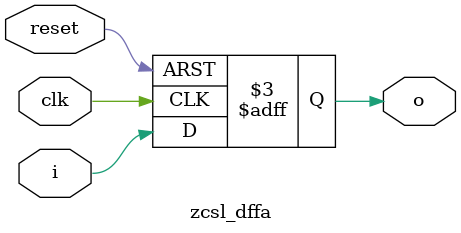
<source format=v>
/*
 * Copyright International Business Machines Corporation 2016
 *
 * Printed in the United States of America June 2016
 *
 * IBM, the IBM logo, and ibm.com are trademarks or registered trademarks of
 * International Business Machines Corp.,
 * registered in many jurisdictions worldwide. Other product and service names
 * might be trademarks of IBM or other companies. A current list of IBM trademarks
 * is available on the Web at “Copyright and trademark information” at
 * www.ibm.com/legal/copytrade.shtml.
 *
 * Other company, product, and service names may be trademarks or service marks of
 * others.
 *
 * All information contained in this document is subject to change without notice.
 * The products described in this document are NOT intended for use in applications
 * such as implantation, life support, or other hazardous uses where malfunction
 * could result in death, bodily injury, or catastrophic property damage. The
 * information contained in this document does not affect or change IBM product
 * specifications or warranties. Nothing in this document shall operate as an
 * express or implied license or indemnity under the intellectual property rights
 * of IBM or third parties. All information contained in this document was obtained
 * in specific environments, and is presented as an illustration. The results
 * obtained in other operating environments may vary.
 * While the information contained herein is believed to be accurate, such
 * information is preliminary, and should not be relied upon for accuracy or
 * completeness, and no representations or warranties of accuracy or completeness
 * are made.
 *
 * Note: This document contains information on products in the design, sampling
 * and/or initial production phases of development. This information is subject to
 * change without notice. Verify with your IBM field applications engineer that you
 * have the latest version of this document before finalizing a design.
 * This document is intended for development of technology products compatible with
 * Power Architecture. You may use this document, for any purpose (commercial or
 * personal) and make modifications and distribute; however, modifications to this
 * document may violate Power Architecture and should be carefully considered. Any
 * distribution of this document or its derivative works shall include this Notice
 * page including but not limited to the IBM warranty disclaimer and IBM liability
 * limitation. No other licenses, expressed or implied, estoppel or otherwise to
 * any intellectual property rights is granted by this document.
 *
 * THE INFORMATION CONTAINED IN THIS DOCUMENT IS PROVIDED ON AN “AS IS” BASIS.
 * IBM makes no representations or warranties, either express or implied, including
 * but not limited to, warranties of merchantability, fitness for a particular
 * purpose, or non-infringement, or that any practice or implementation of the IBM
 * documentation will not infringe any third party patents, copyrights, trade
 * secrets, or other rights. In no event will IBM be liable for damages arising
 * directly or indirectly from any use of the information contained in this
 * document.
 *
 * IBM Systems and Technology Group
 * 2070 Route 52, Bldg. 330
 * Hopewell Junction, NY 12533-6351
 * The IBM home page can be found at ibm.com.
 */

// IBM Research - Zurich
// Zurich CAPI Streaming Layer
// Heiner Giefers <hgi@zurich.ibm.com>
// Raphael Polig <pol@zurich.ibm.com>



module zcsl_dffa
#(
	parameter WIDTH = 1,
	parameter INIT = {WIDTH {1'b0}}
)
(
	input clk,
	input reset,
	input [0:WIDTH-1] i,
	output reg [0:WIDTH-1] o = INIT
);

always@(posedge(clk) or posedge(reset)) begin
	if(reset) begin
		o <= INIT;
	end else begin
		o <= i;
	end
end

endmodule
</source>
